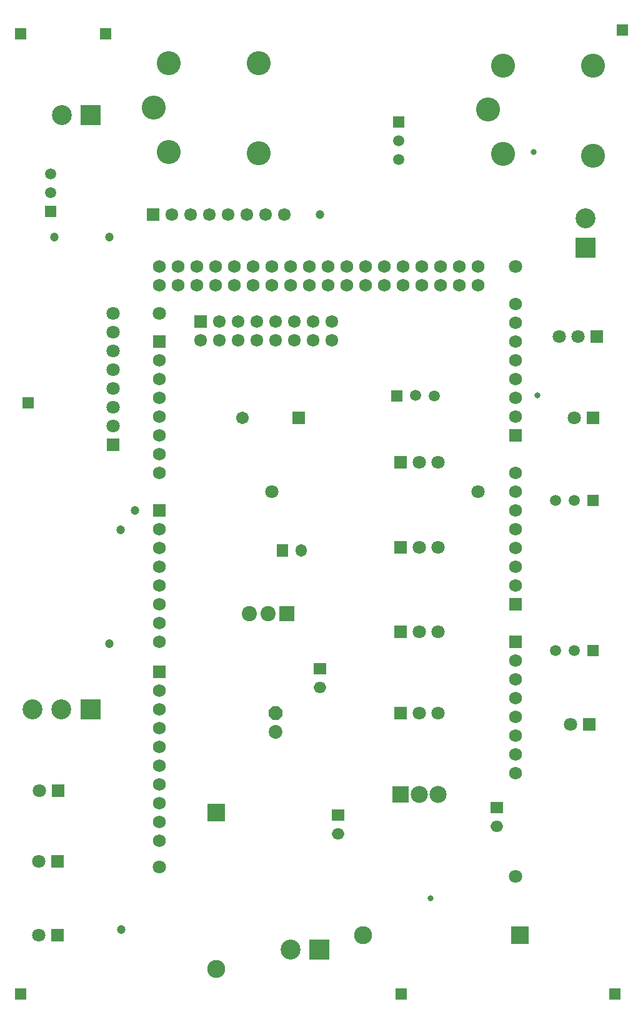
<source format=gbs>
G04*
G04 #@! TF.GenerationSoftware,Altium Limited,Altium Designer,21.3.2 (30)*
G04*
G04 Layer_Color=16711935*
%FSTAX24Y24*%
%MOIN*%
G70*
G04*
G04 #@! TF.SameCoordinates,1A830F01-20DA-4C5A-9A70-DFAE4FF976D2*
G04*
G04*
G04 #@! TF.FilePolarity,Negative*
G04*
G01*
G75*
%ADD35C,0.1064*%
%ADD36R,0.1064X0.1064*%
%ADD37R,0.0710X0.0710*%
%ADD38C,0.0710*%
%ADD40R,0.0591X0.0591*%
%ADD41C,0.0591*%
%ADD42C,0.0680*%
%ADD43R,0.0680X0.0680*%
%ADD44R,0.1064X0.1064*%
%ADD45C,0.0678*%
%ADD46R,0.0678X0.0678*%
%ADD47R,0.0591X0.0591*%
%ADD48C,0.1280*%
%ADD49R,0.0966X0.0966*%
%ADD50C,0.0966*%
%ADD51R,0.0966X0.0966*%
%ADD52R,0.0710X0.0710*%
%ADD53C,0.0907*%
%ADD54R,0.0907X0.0907*%
%ADD55R,0.0812X0.0812*%
%ADD56C,0.0812*%
%ADD57O,0.0671X0.0592*%
%ADD58R,0.0671X0.0592*%
%ADD59O,0.0592X0.0671*%
%ADD60R,0.0592X0.0671*%
%ADD61C,0.0730*%
%ADD62P,0.0790X8X292.5*%
%ADD63R,0.0671X0.0671*%
%ADD64C,0.0671*%
%ADD65C,0.0474*%
%ADD66C,0.0316*%
D35*
X023228Y042717D02*
D03*
X021669D02*
D03*
X051181Y06889D02*
D03*
X035441Y029921D02*
D03*
X023236Y074409D02*
D03*
D36*
X024787Y042717D02*
D03*
X037Y029921D02*
D03*
X024795Y074409D02*
D03*
D37*
X051591Y058268D02*
D03*
X051787Y062598D02*
D03*
X041307Y04685D02*
D03*
Y051378D02*
D03*
Y055906D02*
D03*
Y04252D02*
D03*
X051394Y041929D02*
D03*
X023031Y030709D02*
D03*
Y034646D02*
D03*
X023047Y038386D02*
D03*
D38*
X050591Y058268D02*
D03*
X050787Y062598D02*
D03*
X049787D02*
D03*
X034449Y054331D02*
D03*
X028449Y034331D02*
D03*
X047449Y033831D02*
D03*
X045449Y054331D02*
D03*
X047449Y066331D02*
D03*
X028449Y063831D02*
D03*
X042307Y04685D02*
D03*
X043307D02*
D03*
X042307Y051378D02*
D03*
X043307D02*
D03*
X042307Y055906D02*
D03*
X043307D02*
D03*
X025984Y063827D02*
D03*
Y062827D02*
D03*
Y061827D02*
D03*
Y060827D02*
D03*
Y059827D02*
D03*
Y058827D02*
D03*
Y057827D02*
D03*
X043307Y04252D02*
D03*
X042307D02*
D03*
X050394Y041929D02*
D03*
X022032Y030709D02*
D03*
Y034646D02*
D03*
X022047Y038386D02*
D03*
D40*
X021457Y059055D02*
D03*
X025591Y07874D02*
D03*
X021063D02*
D03*
X05315Y078937D02*
D03*
X041339Y027559D02*
D03*
X052756D02*
D03*
X021063D02*
D03*
X051591Y05387D02*
D03*
X051575Y045866D02*
D03*
X041126Y059432D02*
D03*
D41*
X050591Y053853D02*
D03*
X049591Y05387D02*
D03*
X022655Y071276D02*
D03*
X022638Y070276D02*
D03*
X050575Y045849D02*
D03*
X049575Y045866D02*
D03*
X042126Y059449D02*
D03*
X043126Y059432D02*
D03*
X041226Y073032D02*
D03*
X041209Y072031D02*
D03*
D42*
X028449Y035731D02*
D03*
X028449Y046331D02*
D03*
Y055331D02*
D03*
Y066331D02*
D03*
X029449D02*
D03*
X030449D02*
D03*
X031449D02*
D03*
X032449D02*
D03*
X033449D02*
D03*
X034449D02*
D03*
X035449D02*
D03*
X036449D02*
D03*
X037449D02*
D03*
X038449D02*
D03*
X039449D02*
D03*
X040449D02*
D03*
X041449D02*
D03*
X042449D02*
D03*
X043449D02*
D03*
X044449D02*
D03*
X045449D02*
D03*
X028449Y065331D02*
D03*
X029449D02*
D03*
X030449D02*
D03*
X031449D02*
D03*
X032449D02*
D03*
X033449D02*
D03*
X034449D02*
D03*
X035449D02*
D03*
X036449D02*
D03*
X037449D02*
D03*
X038449D02*
D03*
X039449D02*
D03*
X040449D02*
D03*
X041449D02*
D03*
X042449D02*
D03*
X043449D02*
D03*
X044449D02*
D03*
X045449D02*
D03*
X047449Y050331D02*
D03*
Y049331D02*
D03*
Y052331D02*
D03*
Y051331D02*
D03*
Y045331D02*
D03*
Y044331D02*
D03*
Y043331D02*
D03*
Y042331D02*
D03*
Y041331D02*
D03*
Y039331D02*
D03*
Y040331D02*
D03*
Y054331D02*
D03*
Y055331D02*
D03*
Y058331D02*
D03*
Y059331D02*
D03*
Y060331D02*
D03*
Y061331D02*
D03*
Y062331D02*
D03*
Y063331D02*
D03*
Y064331D02*
D03*
Y053331D02*
D03*
X028449Y061331D02*
D03*
Y060331D02*
D03*
Y059331D02*
D03*
Y058331D02*
D03*
Y057331D02*
D03*
Y056331D02*
D03*
Y052331D02*
D03*
Y051331D02*
D03*
Y050331D02*
D03*
Y049331D02*
D03*
Y048331D02*
D03*
Y047331D02*
D03*
X028449Y043731D02*
D03*
Y042731D02*
D03*
Y041731D02*
D03*
Y040731D02*
D03*
Y039731D02*
D03*
Y038731D02*
D03*
Y037731D02*
D03*
Y036731D02*
D03*
D43*
X047449Y048331D02*
D03*
Y046331D02*
D03*
Y057331D02*
D03*
X028449Y062331D02*
D03*
Y053331D02*
D03*
X028449Y044731D02*
D03*
D44*
X051181Y067331D02*
D03*
D45*
X035102Y069094D02*
D03*
X034102D02*
D03*
X033102D02*
D03*
X032102D02*
D03*
X031102D02*
D03*
X030102D02*
D03*
X029102D02*
D03*
X030661Y062402D02*
D03*
X031661D02*
D03*
X032661D02*
D03*
X033661D02*
D03*
X034661D02*
D03*
X035661D02*
D03*
X036661D02*
D03*
X037661D02*
D03*
Y063402D02*
D03*
X036661D02*
D03*
X035661D02*
D03*
X034661D02*
D03*
X033661D02*
D03*
X032661D02*
D03*
X031661D02*
D03*
D46*
X028102Y069094D02*
D03*
X030661Y063402D02*
D03*
D47*
X022655Y069276D02*
D03*
X041209Y074032D02*
D03*
D48*
X028937Y072441D02*
D03*
Y077165D02*
D03*
X03374Y072365D02*
D03*
Y077165D02*
D03*
X02815Y074803D02*
D03*
X045984Y074682D02*
D03*
X051575Y077044D02*
D03*
Y072244D02*
D03*
X046772Y077044D02*
D03*
Y07232D02*
D03*
D49*
X031496Y037244D02*
D03*
D50*
Y028898D02*
D03*
X039331Y030709D02*
D03*
D51*
X047677D02*
D03*
D52*
X025984Y056827D02*
D03*
D53*
X043323Y038189D02*
D03*
X042323D02*
D03*
D54*
X041323D02*
D03*
D55*
X035252Y047835D02*
D03*
D56*
X034252D02*
D03*
X033252D02*
D03*
D57*
X046457Y036508D02*
D03*
X037992Y036114D02*
D03*
X037008Y043898D02*
D03*
D58*
X046457Y037508D02*
D03*
X037992Y037114D02*
D03*
X037008Y044898D02*
D03*
D59*
X036024Y051181D02*
D03*
D60*
X035024D02*
D03*
D61*
X034646Y04152D02*
D03*
D62*
Y04252D02*
D03*
D63*
X035874Y058273D02*
D03*
D64*
X032874Y058268D02*
D03*
D65*
X022835Y067913D02*
D03*
X025787D02*
D03*
X037008Y069094D02*
D03*
X02642Y03099D02*
D03*
X025771Y046243D02*
D03*
X026378Y052309D02*
D03*
X027165Y053346D02*
D03*
D66*
X042913Y032677D02*
D03*
X048622Y059449D02*
D03*
X048425Y072441D02*
D03*
M02*

</source>
